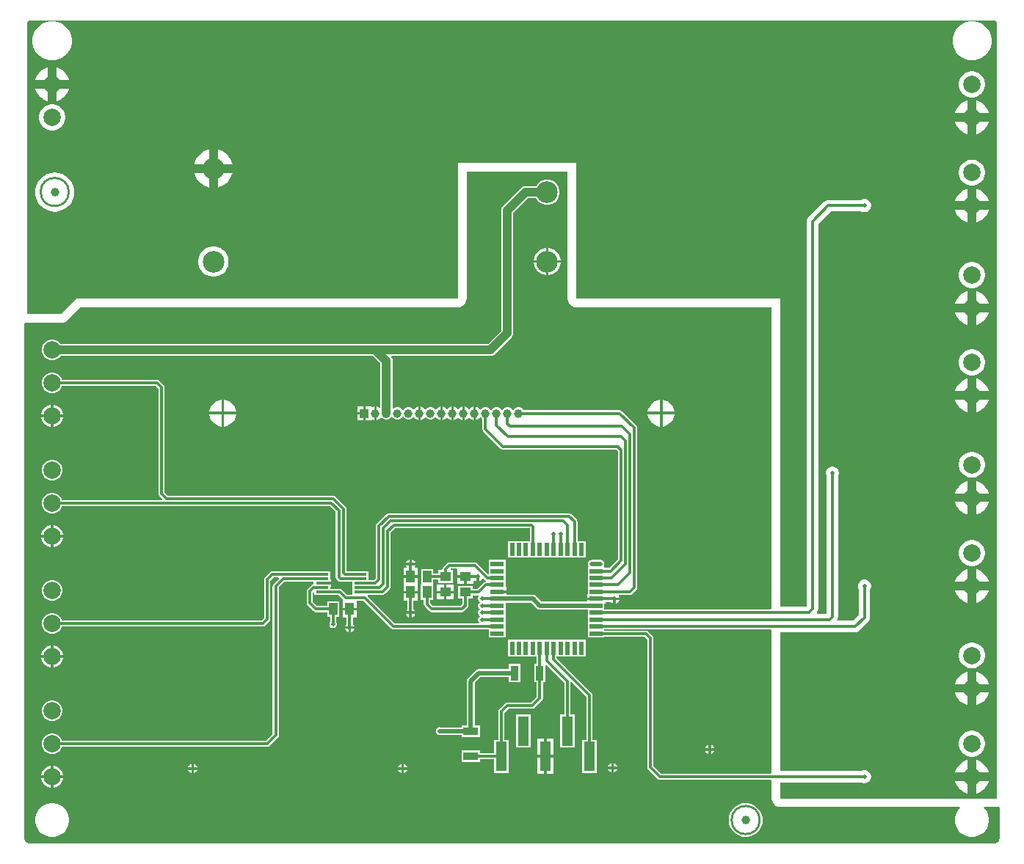
<source format=gbl>
G04*
G04 #@! TF.GenerationSoftware,Altium Limited,Altium Designer,22.11.1 (43)*
G04*
G04 Layer_Physical_Order=2*
G04 Layer_Color=16711680*
%FSLAX24Y24*%
%MOIN*%
G70*
G04*
G04 #@! TF.SameCoordinates,7676E619-B689-43AB-A287-34DBDB4E9A50*
G04*
G04*
G04 #@! TF.FilePolarity,Positive*
G04*
G01*
G75*
%ADD11C,0.0100*%
%ADD13C,0.0118*%
%ADD15R,0.0354X0.0669*%
%ADD21C,0.0394*%
%ADD35C,0.0197*%
%ADD36C,0.0394*%
%ADD38C,0.0787*%
%ADD39R,0.0394X0.0394*%
%ADD40C,0.0984*%
%ADD41R,0.0669X0.0354*%
%ADD42R,0.0512X0.0433*%
%ADD43R,0.0500X0.1350*%
%ADD44R,0.0571X0.0118*%
%ADD45R,0.0394X0.0551*%
%ADD46R,0.0217X0.0591*%
%ADD47R,0.0591X0.0217*%
%ADD48O,0.0591X0.0217*%
%ADD49C,0.0197*%
G36*
X42839Y36343D02*
X42877Y36318D01*
X42902Y36280D01*
X42910Y36241D01*
X42909Y36236D01*
X42909Y3287D01*
X42909Y3287D01*
Y984D01*
X34370D01*
X33071Y984D01*
Y1710D01*
X36746D01*
X36776Y1693D01*
X36851Y1673D01*
X36929D01*
X37004Y1693D01*
X37071Y1732D01*
X37126Y1787D01*
X37165Y1855D01*
X37185Y1930D01*
Y2007D01*
X37165Y2082D01*
X37126Y2150D01*
X37071Y2205D01*
X37004Y2244D01*
X36929Y2264D01*
X36851D01*
X36776Y2244D01*
X36746Y2227D01*
X33071D01*
Y8541D01*
X36476D01*
X36543Y8550D01*
X36605Y8576D01*
X36659Y8617D01*
X37072Y9030D01*
X37113Y9084D01*
X37139Y9146D01*
X37148Y9213D01*
Y10490D01*
X37165Y10520D01*
X37185Y10595D01*
Y10673D01*
X37165Y10748D01*
X37126Y10815D01*
X37071Y10870D01*
X37004Y10909D01*
X36929Y10929D01*
X36851D01*
X36776Y10909D01*
X36708Y10870D01*
X36653Y10815D01*
X36615Y10748D01*
X36594Y10673D01*
Y10595D01*
X36615Y10520D01*
X36632Y10490D01*
Y9320D01*
X36369Y9057D01*
X35670D01*
X35645Y9107D01*
X35657Y9122D01*
X35682Y9185D01*
X35691Y9251D01*
Y15633D01*
X35708Y15663D01*
X35728Y15738D01*
Y15816D01*
X35708Y15891D01*
X35669Y15958D01*
X35614Y16013D01*
X35547Y16052D01*
X35472Y16072D01*
X35394D01*
X35319Y16052D01*
X35252Y16013D01*
X35197Y15958D01*
X35158Y15891D01*
X35138Y15816D01*
Y15738D01*
X35158Y15663D01*
X35175Y15633D01*
Y9372D01*
X34733D01*
X34718Y9422D01*
X34751Y9466D01*
X34777Y9528D01*
X34786Y9595D01*
Y27098D01*
X35355Y27667D01*
X36746D01*
X36776Y27650D01*
X36851Y27630D01*
X36929D01*
X37004Y27650D01*
X37071Y27689D01*
X37126Y27744D01*
X37165Y27811D01*
X37185Y27886D01*
Y27964D01*
X37165Y28039D01*
X37126Y28107D01*
X37071Y28161D01*
X37004Y28200D01*
X36929Y28220D01*
X36851D01*
X36776Y28200D01*
X36746Y28183D01*
X35248D01*
X35181Y28175D01*
X35119Y28149D01*
X35066Y28108D01*
X34345Y27387D01*
X34304Y27334D01*
X34278Y27272D01*
X34269Y27205D01*
Y9702D01*
X34255Y9687D01*
X33071D01*
Y23701D01*
X23811D01*
Y29882D01*
X18427D01*
Y23701D01*
X1102D01*
X394Y22992D01*
X-1137D01*
Y32122D01*
X-1137Y32122D01*
Y36236D01*
X-1137Y36236D01*
X-1137Y36236D01*
X-1129Y36283D01*
X-1105Y36318D01*
X-1068Y36343D01*
X-1028Y36351D01*
X-1024Y36350D01*
X42795Y36350D01*
X42800Y36351D01*
X42839Y36343D01*
D02*
G37*
G36*
X23414Y23701D02*
X23427Y23598D01*
X23467Y23502D01*
X23530Y23420D01*
X23612Y23357D01*
X23708Y23317D01*
X23811Y23304D01*
X32674D01*
Y9687D01*
X32683Y9620D01*
X32643Y9570D01*
X25079D01*
Y9833D01*
X25118D01*
Y9919D01*
X25377D01*
X25420Y9875D01*
X25484Y9849D01*
Y10059D01*
X25543D01*
Y10118D01*
X25753D01*
X25726Y10182D01*
X25721Y10187D01*
X25740Y10234D01*
X26240D01*
X26294Y10244D01*
X26339Y10275D01*
X26536Y10472D01*
X26567Y10517D01*
X26578Y10571D01*
Y17821D01*
X26567Y17875D01*
X26536Y17920D01*
X25873Y18584D01*
X25827Y18614D01*
X25774Y18625D01*
X21420D01*
X21404Y18653D01*
X21352Y18705D01*
X21289Y18741D01*
X21219Y18760D01*
X21147D01*
X21077Y18741D01*
X21014Y18705D01*
X20963Y18653D01*
X20958Y18646D01*
X20908D01*
X20904Y18653D01*
X20852Y18705D01*
X20789Y18741D01*
X20719Y18760D01*
X20647D01*
X20577Y18741D01*
X20514Y18705D01*
X20463Y18653D01*
X20458Y18646D01*
X20408D01*
X20404Y18653D01*
X20352Y18705D01*
X20289Y18741D01*
X20219Y18760D01*
X20147D01*
X20077Y18741D01*
X20014Y18705D01*
X19963Y18653D01*
X19958Y18646D01*
X19908D01*
X19904Y18653D01*
X19852Y18705D01*
X19789Y18741D01*
X19719Y18760D01*
X19647D01*
X19577Y18741D01*
X19514Y18705D01*
X19491Y18682D01*
X19436Y18678D01*
X19428Y18685D01*
X19376Y18736D01*
X19305Y18778D01*
X19242Y18794D01*
Y18484D01*
Y18174D01*
X19305Y18191D01*
X19376Y18232D01*
X19428Y18284D01*
X19436Y18291D01*
X19491Y18287D01*
X19514Y18264D01*
X19543Y18247D01*
Y17758D01*
X19553Y17704D01*
X19584Y17659D01*
X20373Y16869D01*
X20419Y16839D01*
X20472Y16828D01*
X25633D01*
X25706Y16755D01*
Y11850D01*
X25316Y11459D01*
X25087D01*
X25079Y11506D01*
D01*
X25059Y11548D01*
X25068Y11561D01*
X25082Y11634D01*
X25068Y11707D01*
X25027Y11769D01*
X24965Y11810D01*
X24892Y11825D01*
X24518D01*
X24445Y11810D01*
X24383Y11769D01*
X24342Y11707D01*
X24327Y11634D01*
X24342Y11561D01*
X24352Y11545D01*
X24331Y11506D01*
X24331D01*
Y11132D01*
Y10817D01*
Y10502D01*
Y10285D01*
X24291D01*
Y10118D01*
X24705D01*
Y10000D01*
X24291D01*
Y9925D01*
X22220D01*
X21958Y10187D01*
X21900Y10226D01*
X21831Y10240D01*
X20630D01*
Y10315D01*
X20217D01*
Y10433D01*
X20630D01*
Y10600D01*
X20591D01*
Y10817D01*
Y11132D01*
Y11447D01*
Y11821D01*
X19843D01*
Y11447D01*
Y11195D01*
X19793Y11174D01*
X19302Y11664D01*
X19257Y11695D01*
X19203Y11705D01*
X18022D01*
X17968Y11695D01*
X17922Y11664D01*
X17755Y11497D01*
X17725Y11451D01*
X17714Y11398D01*
Y11358D01*
X17520D01*
Y11203D01*
X17303D01*
Y11417D01*
X16752D01*
Y10713D01*
X16742D01*
Y10005D01*
X16877D01*
Y9813D01*
X16888Y9759D01*
X16918Y9714D01*
X17145Y9487D01*
X17190Y9457D01*
X17244Y9446D01*
X18602D01*
X18656Y9457D01*
X18702Y9487D01*
X18859Y9645D01*
X18890Y9690D01*
X18900Y9744D01*
Y10059D01*
X19094D01*
Y10214D01*
X19361D01*
X19376Y10192D01*
X19383Y10166D01*
X19377Y10159D01*
X19350Y10094D01*
Y10024D01*
X19377Y9959D01*
X19402Y9934D01*
X19423Y9902D01*
X19402Y9869D01*
X19377Y9844D01*
X19350Y9779D01*
Y9709D01*
X19377Y9644D01*
X19402Y9619D01*
X19423Y9587D01*
X19402Y9554D01*
X19377Y9529D01*
X19350Y9464D01*
Y9394D01*
X19377Y9329D01*
X19402Y9304D01*
X19423Y9272D01*
X19402Y9239D01*
X19377Y9215D01*
X19350Y9149D01*
Y9079D01*
X19377Y9014D01*
X19401Y8990D01*
X19381Y8940D01*
X15570D01*
X14326Y10184D01*
X14347Y10234D01*
X14993D01*
X15047Y10244D01*
X15092Y10275D01*
X15336Y10518D01*
X15366Y10564D01*
X15377Y10617D01*
Y13066D01*
X15586Y13275D01*
X21690D01*
Y12677D01*
X20699D01*
Y11929D01*
X24222D01*
Y12677D01*
X23861D01*
Y13563D01*
X23850Y13617D01*
X23820Y13662D01*
X23574Y13908D01*
X23528Y13939D01*
X23474Y13950D01*
X15298D01*
X15245Y13939D01*
X15199Y13908D01*
X14743Y13453D01*
X14713Y13407D01*
X14702Y13353D01*
Y10996D01*
X14614Y10908D01*
X14370D01*
Y11299D01*
X14019D01*
X14006Y11302D01*
X13369D01*
Y14134D01*
X13358Y14188D01*
X13328Y14233D01*
X12855Y14706D01*
X12810Y14736D01*
X12756Y14747D01*
X5255D01*
X5101Y14901D01*
Y19675D01*
X5090Y19729D01*
X5060Y19775D01*
X4863Y19971D01*
X4818Y20002D01*
X4764Y20013D01*
X451D01*
X440Y20054D01*
X378Y20162D01*
X290Y20250D01*
X182Y20312D01*
X62Y20344D01*
X-62D01*
X-182Y20312D01*
X-290Y20250D01*
X-378Y20162D01*
X-440Y20054D01*
X-472Y19934D01*
Y19810D01*
X-440Y19690D01*
X-378Y19582D01*
X-290Y19494D01*
X-182Y19432D01*
X-62Y19400D01*
X62D01*
X182Y19432D01*
X290Y19494D01*
X378Y19582D01*
X440Y19690D01*
X451Y19732D01*
X4706D01*
X4820Y19617D01*
Y14843D01*
X4831Y14789D01*
X4861Y14743D01*
X5014Y14591D01*
X4994Y14545D01*
X451D01*
X440Y14587D01*
X378Y14694D01*
X290Y14782D01*
X182Y14844D01*
X62Y14877D01*
X-62D01*
X-182Y14844D01*
X-290Y14782D01*
X-378Y14694D01*
X-440Y14587D01*
X-472Y14466D01*
Y14342D01*
X-440Y14222D01*
X-378Y14114D01*
X-290Y14026D01*
X-182Y13964D01*
X-62Y13932D01*
X62D01*
X182Y13964D01*
X290Y14026D01*
X378Y14114D01*
X440Y14222D01*
X451Y14264D01*
X12621Y14264D01*
X12881Y14004D01*
Y11034D01*
X12892Y10980D01*
X12923Y10934D01*
X12992Y10865D01*
X13037Y10835D01*
X13091Y10824D01*
X13642D01*
Y10630D01*
Y10249D01*
X13395D01*
X13170Y10473D01*
X13125Y10504D01*
X13071Y10515D01*
X12638D01*
Y10591D01*
X12677D01*
Y10709D01*
X12638D01*
Y10709D01*
X12287D01*
X12274Y10711D01*
Y10824D01*
X12287Y10827D01*
X12638D01*
Y10827D01*
X12677D01*
Y10945D01*
X12638D01*
Y11299D01*
X12287D01*
X12274Y11302D01*
X10000D01*
X9946Y11291D01*
X9901Y11261D01*
X9668Y11028D01*
X9638Y10983D01*
X9627Y10929D01*
Y9196D01*
X9508Y9077D01*
X451Y9077D01*
X440Y9119D01*
X378Y9226D01*
X290Y9314D01*
X182Y9377D01*
X62Y9409D01*
X-62D01*
X-182Y9377D01*
X-290Y9314D01*
X-378Y9226D01*
X-440Y9119D01*
X-472Y8999D01*
Y8874D01*
X-440Y8754D01*
X-378Y8646D01*
X-290Y8558D01*
X-182Y8496D01*
X-62Y8464D01*
X62D01*
X182Y8496D01*
X290Y8558D01*
X378Y8646D01*
X440Y8754D01*
X451Y8796D01*
X9566Y8796D01*
X9620Y8807D01*
X9666Y8837D01*
X9867Y9038D01*
X9898Y9084D01*
X9908Y9138D01*
Y10871D01*
X10058Y11021D01*
X10284D01*
X10304Y10975D01*
X10058Y10729D01*
X10028Y10684D01*
X10017Y10630D01*
Y3916D01*
X9710Y3609D01*
X451Y3609D01*
X440Y3651D01*
X378Y3759D01*
X290Y3847D01*
X182Y3909D01*
X62Y3941D01*
X-62D01*
X-182Y3909D01*
X-290Y3847D01*
X-378Y3759D01*
X-440Y3651D01*
X-472Y3531D01*
Y3406D01*
X-440Y3286D01*
X-378Y3178D01*
X-290Y3090D01*
X-182Y3028D01*
X-62Y2996D01*
X62D01*
X182Y3028D01*
X290Y3090D01*
X378Y3178D01*
X440Y3286D01*
X451Y3328D01*
X9768Y3328D01*
X9821Y3339D01*
X9867Y3369D01*
X10257Y3759D01*
X10287Y3805D01*
X10298Y3858D01*
Y10572D01*
X10550Y10824D01*
X11870D01*
Y10711D01*
X11860D01*
X11806Y10701D01*
X11761Y10670D01*
X11594Y10503D01*
X11563Y10457D01*
X11552Y10404D01*
Y9872D01*
X11563Y9818D01*
X11594Y9773D01*
X11879Y9487D01*
X11925Y9457D01*
X11978Y9446D01*
X12490D01*
Y9232D01*
X12625D01*
Y9008D01*
X12616Y8998D01*
X12589Y8933D01*
Y8862D01*
X12616Y8797D01*
X12665Y8747D01*
X12731Y8720D01*
X12801D01*
X12866Y8747D01*
X12916Y8797D01*
X12943Y8862D01*
Y8933D01*
X12916Y8998D01*
X12906Y9008D01*
Y9232D01*
X13041D01*
Y9941D01*
X12490D01*
Y9727D01*
X12037D01*
X11833Y9930D01*
Y10340D01*
X11862Y10363D01*
X11909Y10342D01*
Y10236D01*
X12260D01*
X12274Y10234D01*
X13013D01*
X13216Y10030D01*
X13199Y9980D01*
X13199D01*
Y9646D01*
X13514D01*
X13829D01*
Y9968D01*
X14145D01*
X15412Y8700D01*
X15458Y8669D01*
X15512Y8659D01*
X19843D01*
Y8297D01*
X20591D01*
Y8612D01*
Y8927D01*
Y9242D01*
Y9557D01*
Y9878D01*
X21756D01*
X22018Y9616D01*
X22077Y9577D01*
X22146Y9563D01*
X24331D01*
Y9242D01*
Y8927D01*
Y8612D01*
Y8297D01*
X25079D01*
Y8324D01*
X26910D01*
X27025Y8210D01*
Y2402D01*
X27036Y2348D01*
X27066Y2302D01*
X27499Y1869D01*
X27545Y1839D01*
X27598Y1828D01*
X32643D01*
X32683Y1778D01*
X32674Y1710D01*
Y984D01*
X32687Y881D01*
X32727Y786D01*
X32790Y703D01*
X32872Y640D01*
X32968Y601D01*
X33071Y587D01*
X34370Y587D01*
X41208D01*
X41227Y541D01*
X41175Y489D01*
X41091Y364D01*
X41033Y224D01*
X41004Y76D01*
Y-76D01*
X41033Y-224D01*
X41091Y-364D01*
X41175Y-489D01*
X41282Y-596D01*
X41408Y-680D01*
X41548Y-738D01*
X41696Y-768D01*
X41847D01*
X41996Y-738D01*
X42135Y-680D01*
X42261Y-596D01*
X42368Y-489D01*
X42452Y-364D01*
X42510Y-224D01*
X42539Y-76D01*
Y76D01*
X42510Y224D01*
X42452Y364D01*
X42368Y489D01*
X42316Y541D01*
X42336Y587D01*
X42909D01*
X42979Y596D01*
X43029Y558D01*
Y-827D01*
X43030Y-831D01*
X43013Y-917D01*
X42962Y-993D01*
X42885Y-1045D01*
X42800Y-1062D01*
X42795Y-1061D01*
X-974Y-1061D01*
X-1024Y-1061D01*
X-1071Y-1053D01*
X-1114Y-1045D01*
X-1190Y-993D01*
X-1241Y-917D01*
X-1250Y-874D01*
X-1258Y-827D01*
X-1258Y-827D01*
X-1258Y-778D01*
X-1258Y22565D01*
X-1208Y22604D01*
X-1137Y22595D01*
X394D01*
X496Y22609D01*
X592Y22648D01*
X674Y22711D01*
X1267Y23304D01*
X18427D01*
X18530Y23317D01*
X18625Y23357D01*
X18708Y23420D01*
X18771Y23502D01*
X18810Y23598D01*
X18824Y23701D01*
Y29485D01*
X23414D01*
Y23701D01*
D02*
G37*
G36*
X18386Y11398D02*
Y11122D01*
X18760D01*
Y11063D01*
X18819D01*
Y10728D01*
X19134D01*
Y10883D01*
X19184Y10904D01*
X19208Y10879D01*
X19272Y10853D01*
Y11063D01*
X19390D01*
Y10853D01*
X19453Y10879D01*
X19514Y10940D01*
X19527Y10971D01*
X19586Y10983D01*
X19664Y10905D01*
X19703Y10879D01*
X19704Y10854D01*
X19696Y10828D01*
X19651Y10819D01*
X19605Y10788D01*
X19312Y10495D01*
X19094D01*
Y10650D01*
X18425D01*
Y10059D01*
X18619D01*
Y9802D01*
X18544Y9727D01*
X17302D01*
X17158Y9871D01*
Y10005D01*
X17293D01*
Y10709D01*
X17303D01*
Y10922D01*
X17520D01*
Y10768D01*
X18189D01*
Y11358D01*
X18118D01*
X18093Y11408D01*
X18105Y11424D01*
X18347D01*
X18386Y11398D01*
D02*
G37*
G36*
X32683Y8609D02*
X32674Y8541D01*
Y2227D01*
X32683Y2159D01*
X32643Y2109D01*
X27657D01*
X27306Y2460D01*
Y8268D01*
X27295Y8321D01*
X27265Y8367D01*
X27068Y8564D01*
X27022Y8594D01*
X26969Y8605D01*
X25079D01*
Y8659D01*
X32643D01*
X32683Y8609D01*
D02*
G37*
%LPC*%
G36*
X41859Y36295D02*
X41684D01*
X41513Y36261D01*
X41352Y36194D01*
X41207Y36098D01*
X41084Y35974D01*
X40987Y35829D01*
X40920Y35668D01*
X40886Y35497D01*
Y35322D01*
X40920Y35151D01*
X40987Y34990D01*
X41084Y34845D01*
X41207Y34721D01*
X41352Y34624D01*
X41513Y34558D01*
X41684Y34524D01*
X41859D01*
X42030Y34558D01*
X42191Y34624D01*
X42336Y34721D01*
X42460Y34845D01*
X42557Y34990D01*
X42623Y35151D01*
X42658Y35322D01*
Y35497D01*
X42623Y35668D01*
X42557Y35829D01*
X42460Y35974D01*
X42336Y36098D01*
X42191Y36194D01*
X42030Y36261D01*
X41859Y36295D01*
D02*
G37*
G36*
X87D02*
X-87D01*
X-258Y36261D01*
X-420Y36194D01*
X-565Y36098D01*
X-688Y35974D01*
X-785Y35829D01*
X-852Y35668D01*
X-886Y35497D01*
Y35322D01*
X-852Y35151D01*
X-785Y34990D01*
X-688Y34845D01*
X-565Y34721D01*
X-420Y34624D01*
X-258Y34558D01*
X-87Y34524D01*
X87D01*
X258Y34558D01*
X420Y34624D01*
X565Y34721D01*
X688Y34845D01*
X785Y34990D01*
X852Y35151D01*
X886Y35322D01*
Y35497D01*
X852Y35668D01*
X785Y35829D01*
X688Y35974D01*
X565Y36098D01*
X420Y36194D01*
X258Y36261D01*
X87Y36295D01*
D02*
G37*
G36*
X197Y34205D02*
Y33638D01*
X764D01*
X757Y33671D01*
X698Y33814D01*
X612Y33943D01*
X502Y34053D01*
X373Y34139D01*
X230Y34198D01*
X197Y34205D01*
D02*
G37*
G36*
X-197Y34205D02*
X-230Y34198D01*
X-373Y34139D01*
X-502Y34053D01*
X-612Y33943D01*
X-698Y33814D01*
X-757Y33671D01*
X-764Y33638D01*
X-197D01*
Y34205D01*
D02*
G37*
G36*
X41830Y34031D02*
X41713D01*
X41599Y34009D01*
X41492Y33964D01*
X41395Y33900D01*
X41313Y33817D01*
X41248Y33721D01*
X41204Y33613D01*
X41181Y33499D01*
Y33383D01*
X41204Y33269D01*
X41248Y33161D01*
X41313Y33064D01*
X41395Y32982D01*
X41492Y32918D01*
X41599Y32873D01*
X41713Y32850D01*
X41830D01*
X41944Y32873D01*
X42051Y32918D01*
X42148Y32982D01*
X42230Y33064D01*
X42295Y33161D01*
X42340Y33269D01*
X42362Y33383D01*
Y33499D01*
X42340Y33613D01*
X42295Y33721D01*
X42230Y33817D01*
X42148Y33900D01*
X42051Y33964D01*
X41944Y34009D01*
X41830Y34031D01*
D02*
G37*
G36*
X764Y33244D02*
X197D01*
Y32677D01*
X230Y32684D01*
X373Y32743D01*
X502Y32829D01*
X612Y32939D01*
X698Y33068D01*
X757Y33211D01*
X764Y33244D01*
D02*
G37*
G36*
X-197D02*
X-764D01*
X-757Y33211D01*
X-698Y33068D01*
X-612Y32939D01*
X-502Y32829D01*
X-373Y32743D01*
X-230Y32684D01*
X-197Y32677D01*
Y33244D01*
D02*
G37*
G36*
X41968Y32705D02*
Y32138D01*
X42535D01*
X42529Y32171D01*
X42469Y32314D01*
X42383Y32443D01*
X42274Y32553D01*
X42145Y32639D01*
X42001Y32698D01*
X41968Y32705D01*
D02*
G37*
G36*
X41575D02*
X41542Y32698D01*
X41399Y32639D01*
X41270Y32553D01*
X41160Y32443D01*
X41074Y32314D01*
X41015Y32171D01*
X41008Y32138D01*
X41575D01*
Y32705D01*
D02*
G37*
G36*
X58Y32531D02*
X-58D01*
X-172Y32509D01*
X-280Y32464D01*
X-376Y32400D01*
X-459Y32317D01*
X-523Y32221D01*
X-568Y32113D01*
X-591Y31999D01*
Y31883D01*
X-568Y31769D01*
X-523Y31661D01*
X-459Y31564D01*
X-376Y31482D01*
X-280Y31418D01*
X-172Y31373D01*
X-58Y31350D01*
X58D01*
X172Y31373D01*
X280Y31418D01*
X376Y31482D01*
X459Y31564D01*
X523Y31661D01*
X568Y31769D01*
X591Y31883D01*
Y31999D01*
X568Y32113D01*
X523Y32221D01*
X459Y32317D01*
X376Y32400D01*
X280Y32464D01*
X172Y32509D01*
X58Y32531D01*
D02*
G37*
G36*
X42535Y31744D02*
X41968D01*
Y31177D01*
X42001Y31184D01*
X42145Y31243D01*
X42274Y31329D01*
X42383Y31439D01*
X42469Y31568D01*
X42529Y31711D01*
X42535Y31744D01*
D02*
G37*
G36*
X41575D02*
X41008D01*
X41015Y31711D01*
X41074Y31568D01*
X41160Y31439D01*
X41270Y31329D01*
X41399Y31243D01*
X41542Y31184D01*
X41575Y31177D01*
Y31744D01*
D02*
G37*
G36*
X7520Y30480D02*
Y29813D01*
X8187D01*
X8175Y29875D01*
X8108Y30036D01*
X8011Y30181D01*
X7888Y30304D01*
X7742Y30401D01*
X7581Y30468D01*
X7520Y30480D01*
D02*
G37*
G36*
X7126D02*
X7064Y30468D01*
X6903Y30401D01*
X6758Y30304D01*
X6635Y30181D01*
X6538Y30036D01*
X6471Y29875D01*
X6459Y29813D01*
X7126D01*
Y30480D01*
D02*
G37*
G36*
X41830Y30016D02*
X41713D01*
X41599Y29993D01*
X41492Y29949D01*
X41395Y29884D01*
X41313Y29802D01*
X41248Y29705D01*
X41204Y29597D01*
X41181Y29483D01*
Y29367D01*
X41204Y29253D01*
X41248Y29145D01*
X41313Y29049D01*
X41395Y28966D01*
X41492Y28902D01*
X41599Y28857D01*
X41713Y28835D01*
X41830D01*
X41944Y28857D01*
X42051Y28902D01*
X42148Y28966D01*
X42230Y29049D01*
X42295Y29145D01*
X42340Y29253D01*
X42362Y29367D01*
Y29483D01*
X42340Y29597D01*
X42295Y29705D01*
X42230Y29802D01*
X42148Y29884D01*
X42051Y29949D01*
X41944Y29993D01*
X41830Y30016D01*
D02*
G37*
G36*
X8187Y29419D02*
X7520D01*
Y28752D01*
X7581Y28764D01*
X7742Y28831D01*
X7888Y28928D01*
X8011Y29051D01*
X8108Y29197D01*
X8175Y29358D01*
X8187Y29419D01*
D02*
G37*
G36*
X7126D02*
X6459D01*
X6471Y29358D01*
X6538Y29197D01*
X6635Y29051D01*
X6758Y28928D01*
X6903Y28831D01*
X7064Y28764D01*
X7126Y28752D01*
Y29419D01*
D02*
G37*
G36*
X41968Y28689D02*
Y28122D01*
X42535D01*
X42529Y28155D01*
X42469Y28298D01*
X42383Y28427D01*
X42274Y28537D01*
X42145Y28623D01*
X42001Y28682D01*
X41968Y28689D01*
D02*
G37*
G36*
X41575D02*
X41542Y28682D01*
X41399Y28623D01*
X41270Y28537D01*
X41160Y28427D01*
X41074Y28298D01*
X41015Y28155D01*
X41008Y28122D01*
X41575D01*
Y28689D01*
D02*
G37*
G36*
X118Y29435D02*
X-56Y29417D01*
X-223Y29367D01*
X-377Y29284D01*
X-512Y29173D01*
X-623Y29038D01*
X-705Y28884D01*
X-756Y28717D01*
X-773Y28543D01*
X-756Y28369D01*
X-705Y28202D01*
X-623Y28048D01*
X-512Y27913D01*
X-377Y27802D01*
X-223Y27720D01*
X-56Y27669D01*
X118Y27652D01*
X292Y27669D01*
X459Y27720D01*
X613Y27802D01*
X748Y27913D01*
X859Y28048D01*
X941Y28202D01*
X992Y28369D01*
X1009Y28543D01*
X992Y28717D01*
X941Y28884D01*
X859Y29038D01*
X748Y29173D01*
X613Y29284D01*
X459Y29367D01*
X292Y29417D01*
X118Y29435D01*
D02*
G37*
G36*
X42535Y27728D02*
X41968D01*
Y27162D01*
X42001Y27168D01*
X42145Y27227D01*
X42274Y27314D01*
X42383Y27423D01*
X42469Y27552D01*
X42529Y27696D01*
X42535Y27728D01*
D02*
G37*
G36*
X41575D02*
X41008D01*
X41015Y27696D01*
X41074Y27552D01*
X41160Y27423D01*
X41270Y27314D01*
X41399Y27227D01*
X41542Y27168D01*
X41575Y27162D01*
Y27728D01*
D02*
G37*
G36*
X7391Y26073D02*
X7255D01*
X7122Y26046D01*
X6996Y25994D01*
X6884Y25919D01*
X6788Y25823D01*
X6712Y25710D01*
X6660Y25585D01*
X6634Y25452D01*
Y25316D01*
X6660Y25183D01*
X6712Y25058D01*
X6788Y24945D01*
X6884Y24849D01*
X6996Y24773D01*
X7122Y24721D01*
X7255Y24695D01*
X7391D01*
X7524Y24721D01*
X7649Y24773D01*
X7762Y24849D01*
X7858Y24945D01*
X7933Y25058D01*
X7985Y25183D01*
X8012Y25316D01*
Y25452D01*
X7985Y25585D01*
X7933Y25710D01*
X7858Y25823D01*
X7762Y25919D01*
X7649Y25994D01*
X7524Y26046D01*
X7391Y26073D01*
D02*
G37*
G36*
X41830Y25366D02*
X41713D01*
X41599Y25343D01*
X41492Y25299D01*
X41395Y25234D01*
X41313Y25152D01*
X41248Y25055D01*
X41204Y24948D01*
X41181Y24834D01*
Y24717D01*
X41204Y24603D01*
X41248Y24496D01*
X41313Y24399D01*
X41395Y24317D01*
X41492Y24252D01*
X41599Y24208D01*
X41713Y24185D01*
X41830D01*
X41944Y24208D01*
X42051Y24252D01*
X42148Y24317D01*
X42230Y24399D01*
X42295Y24496D01*
X42340Y24603D01*
X42362Y24717D01*
Y24834D01*
X42340Y24948D01*
X42295Y25055D01*
X42230Y25152D01*
X42148Y25234D01*
X42051Y25299D01*
X41944Y25343D01*
X41830Y25366D01*
D02*
G37*
G36*
X41969Y24039D02*
Y23472D01*
X42535D01*
X42529Y23505D01*
X42469Y23649D01*
X42383Y23778D01*
X42274Y23887D01*
X42145Y23973D01*
X42001Y24033D01*
X41969Y24039D01*
D02*
G37*
G36*
X41575Y24039D02*
X41542Y24033D01*
X41399Y23973D01*
X41270Y23887D01*
X41160Y23778D01*
X41074Y23649D01*
X41015Y23505D01*
X41008Y23472D01*
X41575D01*
Y24039D01*
D02*
G37*
G36*
X42535Y23079D02*
X41969D01*
Y22512D01*
X42001Y22518D01*
X42145Y22578D01*
X42274Y22664D01*
X42383Y22774D01*
X42469Y22903D01*
X42529Y23046D01*
X42535Y23079D01*
D02*
G37*
G36*
X41575D02*
X41008D01*
X41015Y23046D01*
X41074Y22903D01*
X41160Y22774D01*
X41270Y22664D01*
X41399Y22578D01*
X41542Y22518D01*
X41575Y22512D01*
Y23079D01*
D02*
G37*
G36*
X41830Y21390D02*
X41713D01*
X41599Y21367D01*
X41492Y21323D01*
X41395Y21258D01*
X41313Y21176D01*
X41248Y21079D01*
X41204Y20971D01*
X41181Y20857D01*
Y20741D01*
X41204Y20627D01*
X41248Y20519D01*
X41313Y20423D01*
X41395Y20340D01*
X41492Y20276D01*
X41599Y20231D01*
X41713Y20209D01*
X41830D01*
X41944Y20231D01*
X42051Y20276D01*
X42148Y20340D01*
X42230Y20423D01*
X42295Y20519D01*
X42340Y20627D01*
X42362Y20741D01*
Y20857D01*
X42340Y20971D01*
X42295Y21079D01*
X42230Y21176D01*
X42148Y21258D01*
X42051Y21323D01*
X41944Y21367D01*
X41830Y21390D01*
D02*
G37*
G36*
X41968Y20063D02*
Y19496D01*
X42535D01*
X42529Y19529D01*
X42469Y19672D01*
X42383Y19801D01*
X42274Y19911D01*
X42145Y19997D01*
X42001Y20056D01*
X41968Y20063D01*
D02*
G37*
G36*
X41575D02*
X41542Y20056D01*
X41399Y19997D01*
X41270Y19911D01*
X41160Y19801D01*
X41074Y19672D01*
X41015Y19529D01*
X41008Y19496D01*
X41575D01*
Y20063D01*
D02*
G37*
G36*
X42535Y19102D02*
X41968D01*
Y18536D01*
X42001Y18542D01*
X42145Y18601D01*
X42274Y18688D01*
X42383Y18797D01*
X42469Y18926D01*
X42529Y19070D01*
X42535Y19102D01*
D02*
G37*
G36*
X41575D02*
X41008D01*
X41015Y19070D01*
X41074Y18926D01*
X41160Y18797D01*
X41270Y18688D01*
X41399Y18601D01*
X41542Y18542D01*
X41575Y18536D01*
Y19102D01*
D02*
G37*
G36*
X41830Y16740D02*
X41713D01*
X41599Y16717D01*
X41492Y16673D01*
X41395Y16608D01*
X41313Y16526D01*
X41248Y16429D01*
X41204Y16322D01*
X41181Y16208D01*
Y16091D01*
X41204Y15977D01*
X41248Y15870D01*
X41313Y15773D01*
X41395Y15691D01*
X41492Y15626D01*
X41599Y15582D01*
X41713Y15559D01*
X41830D01*
X41944Y15582D01*
X42051Y15626D01*
X42148Y15691D01*
X42230Y15773D01*
X42295Y15870D01*
X42340Y15977D01*
X42362Y16091D01*
Y16208D01*
X42340Y16322D01*
X42295Y16429D01*
X42230Y16526D01*
X42148Y16608D01*
X42051Y16673D01*
X41944Y16717D01*
X41830Y16740D01*
D02*
G37*
G36*
X41969Y15413D02*
Y14846D01*
X42535D01*
X42529Y14879D01*
X42469Y15023D01*
X42383Y15152D01*
X42274Y15261D01*
X42145Y15347D01*
X42001Y15407D01*
X41969Y15413D01*
D02*
G37*
G36*
X41575Y15413D02*
X41542Y15407D01*
X41399Y15347D01*
X41270Y15261D01*
X41160Y15152D01*
X41074Y15023D01*
X41015Y14879D01*
X41008Y14846D01*
X41575D01*
Y15413D01*
D02*
G37*
G36*
X42535Y14453D02*
X41969D01*
Y13886D01*
X42001Y13892D01*
X42145Y13952D01*
X42274Y14038D01*
X42383Y14148D01*
X42469Y14277D01*
X42529Y14420D01*
X42535Y14453D01*
D02*
G37*
G36*
X41575D02*
X41008D01*
X41015Y14420D01*
X41074Y14277D01*
X41160Y14148D01*
X41270Y14038D01*
X41399Y13952D01*
X41542Y13892D01*
X41575Y13886D01*
Y14453D01*
D02*
G37*
G36*
X41830Y12724D02*
X41713D01*
X41599Y12702D01*
X41492Y12657D01*
X41395Y12593D01*
X41313Y12510D01*
X41248Y12414D01*
X41204Y12306D01*
X41181Y12192D01*
Y12076D01*
X41204Y11962D01*
X41248Y11854D01*
X41313Y11757D01*
X41395Y11675D01*
X41492Y11611D01*
X41599Y11566D01*
X41713Y11543D01*
X41830D01*
X41944Y11566D01*
X42051Y11611D01*
X42148Y11675D01*
X42230Y11757D01*
X42295Y11854D01*
X42340Y11962D01*
X42362Y12076D01*
Y12192D01*
X42340Y12306D01*
X42295Y12414D01*
X42230Y12510D01*
X42148Y12593D01*
X42051Y12657D01*
X41944Y12702D01*
X41830Y12724D01*
D02*
G37*
G36*
X41969Y11398D02*
Y10831D01*
X42535D01*
X42529Y10864D01*
X42469Y11007D01*
X42383Y11136D01*
X42274Y11245D01*
X42145Y11332D01*
X42001Y11391D01*
X41969Y11398D01*
D02*
G37*
G36*
X41575Y11398D02*
X41542Y11391D01*
X41399Y11332D01*
X41270Y11245D01*
X41160Y11136D01*
X41074Y11007D01*
X41015Y10864D01*
X41008Y10831D01*
X41575D01*
Y11398D01*
D02*
G37*
G36*
X42535Y10437D02*
X41969D01*
Y9870D01*
X42001Y9877D01*
X42145Y9936D01*
X42274Y10022D01*
X42383Y10132D01*
X42469Y10261D01*
X42529Y10404D01*
X42535Y10437D01*
D02*
G37*
G36*
X41575D02*
X41008D01*
X41015Y10404D01*
X41074Y10261D01*
X41160Y10132D01*
X41270Y10022D01*
X41399Y9936D01*
X41542Y9877D01*
X41575Y9870D01*
Y10437D01*
D02*
G37*
G36*
X41830Y8075D02*
X41713D01*
X41599Y8052D01*
X41492Y8008D01*
X41395Y7943D01*
X41313Y7861D01*
X41248Y7764D01*
X41204Y7657D01*
X41181Y7542D01*
Y7426D01*
X41204Y7312D01*
X41248Y7205D01*
X41313Y7108D01*
X41395Y7026D01*
X41492Y6961D01*
X41599Y6916D01*
X41713Y6894D01*
X41830D01*
X41944Y6916D01*
X42051Y6961D01*
X42148Y7026D01*
X42230Y7108D01*
X42295Y7205D01*
X42340Y7312D01*
X42362Y7426D01*
Y7542D01*
X42340Y7657D01*
X42295Y7764D01*
X42230Y7861D01*
X42148Y7943D01*
X42051Y8008D01*
X41944Y8052D01*
X41830Y8075D01*
D02*
G37*
G36*
X41968Y6748D02*
Y6181D01*
X42535D01*
X42529Y6214D01*
X42469Y6357D01*
X42383Y6486D01*
X42274Y6596D01*
X42145Y6682D01*
X42001Y6741D01*
X41968Y6748D01*
D02*
G37*
G36*
X41575D02*
X41542Y6741D01*
X41399Y6682D01*
X41270Y6596D01*
X41160Y6486D01*
X41074Y6357D01*
X41015Y6214D01*
X41008Y6181D01*
X41575D01*
Y6748D01*
D02*
G37*
G36*
X42535Y5787D02*
X41968D01*
Y5221D01*
X42001Y5227D01*
X42145Y5286D01*
X42274Y5373D01*
X42383Y5482D01*
X42469Y5611D01*
X42529Y5755D01*
X42535Y5787D01*
D02*
G37*
G36*
X41575D02*
X41008D01*
X41015Y5755D01*
X41074Y5611D01*
X41160Y5482D01*
X41270Y5373D01*
X41399Y5286D01*
X41542Y5227D01*
X41575Y5221D01*
Y5787D01*
D02*
G37*
G36*
X41830Y4059D02*
X41713D01*
X41599Y4036D01*
X41492Y3992D01*
X41395Y3927D01*
X41313Y3845D01*
X41248Y3748D01*
X41204Y3641D01*
X41181Y3527D01*
Y3410D01*
X41204Y3296D01*
X41248Y3189D01*
X41313Y3092D01*
X41395Y3010D01*
X41492Y2945D01*
X41599Y2901D01*
X41713Y2878D01*
X41830D01*
X41944Y2901D01*
X42051Y2945D01*
X42148Y3010D01*
X42230Y3092D01*
X42295Y3189D01*
X42340Y3296D01*
X42362Y3410D01*
Y3527D01*
X42340Y3641D01*
X42295Y3748D01*
X42230Y3845D01*
X42148Y3927D01*
X42051Y3992D01*
X41944Y4036D01*
X41830Y4059D01*
D02*
G37*
G36*
X41969Y2732D02*
Y2165D01*
X42535D01*
X42529Y2198D01*
X42469Y2341D01*
X42383Y2470D01*
X42274Y2580D01*
X42145Y2666D01*
X42001Y2726D01*
X41969Y2732D01*
D02*
G37*
G36*
X41575Y2732D02*
X41542Y2726D01*
X41399Y2666D01*
X41270Y2580D01*
X41160Y2470D01*
X41074Y2341D01*
X41015Y2198D01*
X41008Y2165D01*
X41575D01*
Y2732D01*
D02*
G37*
G36*
X42535Y1772D02*
X41969D01*
Y1205D01*
X42001Y1211D01*
X42145Y1271D01*
X42274Y1357D01*
X42383Y1467D01*
X42469Y1596D01*
X42529Y1739D01*
X42535Y1772D01*
D02*
G37*
G36*
X41575D02*
X41008D01*
X41015Y1739D01*
X41074Y1596D01*
X41160Y1467D01*
X41270Y1357D01*
X41399Y1271D01*
X41542Y1211D01*
X41575Y1205D01*
Y1772D01*
D02*
G37*
G36*
X22555Y29104D02*
X22405D01*
X22260Y29065D01*
X22130Y28990D01*
X22024Y28884D01*
X21982Y28811D01*
X21486D01*
X21414Y28802D01*
X21347Y28774D01*
X21290Y28730D01*
X20473Y27913D01*
X20429Y27856D01*
X20401Y27788D01*
X20391Y27717D01*
Y22241D01*
X19800Y21650D01*
X14683D01*
X385Y21650D01*
X378Y21662D01*
X290Y21750D01*
X182Y21812D01*
X62Y21844D01*
X-62D01*
X-182Y21812D01*
X-290Y21750D01*
X-378Y21662D01*
X-440Y21554D01*
X-472Y21434D01*
Y21310D01*
X-440Y21190D01*
X-378Y21082D01*
X-290Y20994D01*
X-182Y20932D01*
X-62Y20900D01*
X62D01*
X182Y20932D01*
X290Y20994D01*
X378Y21082D01*
X385Y21094D01*
X14568Y21094D01*
X14905Y20757D01*
Y18775D01*
X14855Y18749D01*
X14805Y18778D01*
X14742Y18794D01*
Y18484D01*
Y18174D01*
X14805Y18191D01*
X14876Y18232D01*
X14928Y18284D01*
X14932Y18287D01*
X14965Y18289D01*
X14984Y18288D01*
X14990Y18285D01*
X15001Y18277D01*
X15014Y18264D01*
X15030Y18255D01*
X15044Y18244D01*
X15061Y18237D01*
X15077Y18227D01*
X15094Y18223D01*
X15111Y18216D01*
X15129Y18213D01*
X15147Y18209D01*
X15165D01*
X15183Y18206D01*
X15201Y18209D01*
X15219D01*
X15237Y18213D01*
X15255Y18216D01*
X15272Y18223D01*
X15289Y18227D01*
X15305Y18237D01*
X15322Y18244D01*
X15337Y18255D01*
X15352Y18264D01*
X15365Y18277D01*
X15380Y18288D01*
X15391Y18302D01*
X15404Y18315D01*
X15404Y18316D01*
X15444Y18321D01*
X15463Y18315D01*
X15514Y18264D01*
X15577Y18227D01*
X15647Y18209D01*
X15719D01*
X15789Y18227D01*
X15852Y18264D01*
X15904Y18315D01*
X15908Y18323D01*
X15958D01*
X15963Y18315D01*
X16014Y18264D01*
X16077Y18227D01*
X16147Y18209D01*
X16219D01*
X16289Y18227D01*
X16352Y18264D01*
X16376Y18287D01*
X16430Y18291D01*
X16438Y18284D01*
X16490Y18232D01*
X16561Y18191D01*
X16624Y18174D01*
Y18484D01*
Y18794D01*
X16561Y18778D01*
X16490Y18736D01*
X16438Y18685D01*
X16430Y18678D01*
X16376Y18682D01*
X16352Y18705D01*
X16289Y18741D01*
X16219Y18760D01*
X16147D01*
X16077Y18741D01*
X16014Y18705D01*
X15963Y18653D01*
X15958Y18646D01*
X15908D01*
X15904Y18653D01*
X15852Y18705D01*
X15789Y18741D01*
X15719Y18760D01*
X15647D01*
X15577Y18741D01*
X15514Y18705D01*
X15511Y18702D01*
X15461Y18723D01*
Y20872D01*
X15452Y20944D01*
X15424Y21011D01*
X15398Y21044D01*
X15423Y21094D01*
X19915D01*
X19987Y21104D01*
X20054Y21131D01*
X20112Y21175D01*
X20866Y21929D01*
X20910Y21987D01*
X20938Y22054D01*
X20947Y22126D01*
Y27601D01*
X21601Y28256D01*
X21982D01*
X22024Y28183D01*
X22130Y28077D01*
X22260Y28001D01*
X22405Y27963D01*
X22555D01*
X22701Y28001D01*
X22831Y28077D01*
X22937Y28183D01*
X23012Y28313D01*
X23051Y28458D01*
Y28609D01*
X23012Y28754D01*
X22937Y28884D01*
X22831Y28990D01*
X22701Y29065D01*
X22555Y29104D01*
D02*
G37*
G36*
X22540Y25994D02*
X22539D01*
Y25443D01*
X23091D01*
Y25444D01*
X23067Y25562D01*
X23021Y25673D01*
X22954Y25773D01*
X22869Y25858D01*
X22769Y25925D01*
X22658Y25971D01*
X22540Y25994D01*
D02*
G37*
G36*
X22421D02*
X22420D01*
X22302Y25971D01*
X22191Y25925D01*
X22091Y25858D01*
X22006Y25773D01*
X21940Y25673D01*
X21894Y25562D01*
X21870Y25444D01*
Y25443D01*
X22421D01*
Y25994D01*
D02*
G37*
G36*
X23091Y25325D02*
X22539D01*
Y24774D01*
X22540D01*
X22658Y24797D01*
X22769Y24843D01*
X22869Y24910D01*
X22954Y24995D01*
X23021Y25095D01*
X23067Y25206D01*
X23091Y25324D01*
Y25325D01*
D02*
G37*
G36*
X22421D02*
X21870D01*
Y25324D01*
X21894Y25206D01*
X21940Y25095D01*
X22006Y24995D01*
X22091Y24910D01*
X22191Y24843D01*
X22302Y24797D01*
X22420Y24774D01*
X22421D01*
Y25325D01*
D02*
G37*
G36*
X19124Y18794D02*
X19061Y18778D01*
X18990Y18736D01*
X18933Y18680D01*
X18876Y18736D01*
X18805Y18778D01*
X18742Y18794D01*
Y18484D01*
Y18174D01*
X18805Y18191D01*
X18876Y18232D01*
X18933Y18289D01*
X18990Y18232D01*
X19061Y18191D01*
X19124Y18174D01*
Y18484D01*
Y18794D01*
D02*
G37*
G36*
X18624D02*
X18562Y18778D01*
X18490Y18736D01*
X18433Y18680D01*
X18376Y18736D01*
X18305Y18778D01*
X18242Y18794D01*
Y18484D01*
Y18174D01*
X18305Y18191D01*
X18376Y18232D01*
X18433Y18289D01*
X18490Y18232D01*
X18562Y18191D01*
X18624Y18174D01*
Y18484D01*
Y18794D01*
D02*
G37*
G36*
X18124D02*
X18061Y18778D01*
X17990Y18736D01*
X17933Y18680D01*
X17876Y18736D01*
X17805Y18778D01*
X17742Y18794D01*
Y18484D01*
Y18174D01*
X17805Y18191D01*
X17876Y18232D01*
X17933Y18289D01*
X17990Y18232D01*
X18061Y18191D01*
X18124Y18174D01*
Y18484D01*
Y18794D01*
D02*
G37*
G36*
X17624D02*
X17562Y18778D01*
X17490Y18736D01*
X17438Y18685D01*
X17430Y18678D01*
X17376Y18682D01*
X17352Y18705D01*
X17289Y18741D01*
X17219Y18760D01*
X17147D01*
X17077Y18741D01*
X17014Y18705D01*
X16991Y18682D01*
X16936Y18678D01*
X16928Y18685D01*
X16876Y18736D01*
X16805Y18778D01*
X16742Y18794D01*
Y18484D01*
Y18174D01*
X16805Y18191D01*
X16876Y18232D01*
X16928Y18284D01*
X16936Y18291D01*
X16991Y18287D01*
X17014Y18264D01*
X17077Y18227D01*
X17147Y18209D01*
X17219D01*
X17289Y18227D01*
X17352Y18264D01*
X17376Y18287D01*
X17430Y18291D01*
X17438Y18284D01*
X17490Y18232D01*
X17562Y18191D01*
X17624Y18174D01*
Y18484D01*
Y18794D01*
D02*
G37*
G36*
X27722Y19104D02*
X27720D01*
Y18553D01*
X28272D01*
Y18554D01*
X28248Y18672D01*
X28202Y18783D01*
X28135Y18883D01*
X28050Y18968D01*
X27950Y19034D01*
X27839Y19080D01*
X27722Y19104D01*
D02*
G37*
G36*
X7815D02*
X7814D01*
Y18553D01*
X8365D01*
Y18554D01*
X8342Y18672D01*
X8296Y18783D01*
X8229Y18883D01*
X8144Y18968D01*
X8044Y19034D01*
X7933Y19080D01*
X7815Y19104D01*
D02*
G37*
G36*
X7696D02*
X7695D01*
X7577Y19080D01*
X7466Y19034D01*
X7366Y18968D01*
X7281Y18883D01*
X7214Y18783D01*
X7168Y18672D01*
X7144Y18554D01*
Y18553D01*
X7696D01*
Y19104D01*
D02*
G37*
G36*
X27602D02*
X27601D01*
X27483Y19080D01*
X27372Y19034D01*
X27272Y18968D01*
X27187Y18883D01*
X27121Y18783D01*
X27075Y18672D01*
X27051Y18554D01*
Y18553D01*
X27602D01*
Y19104D01*
D02*
G37*
G36*
X14124Y18799D02*
X13868D01*
Y18543D01*
X14124D01*
Y18799D01*
D02*
G37*
G36*
X67Y18884D02*
X59D01*
Y18431D01*
X512D01*
Y18439D01*
X477Y18570D01*
X410Y18686D01*
X314Y18782D01*
X198Y18849D01*
X67Y18884D01*
D02*
G37*
G36*
X-59D02*
X-67D01*
X-198Y18849D01*
X-314Y18782D01*
X-410Y18686D01*
X-477Y18570D01*
X-512Y18439D01*
Y18431D01*
X-59D01*
Y18884D01*
D02*
G37*
G36*
X14498Y18799D02*
X14242D01*
Y18484D01*
Y18169D01*
X14498D01*
Y18177D01*
X14541Y18202D01*
X14562Y18191D01*
X14624Y18174D01*
Y18484D01*
Y18794D01*
X14562Y18778D01*
X14541Y18766D01*
X14498Y18791D01*
Y18799D01*
D02*
G37*
G36*
X14124Y18425D02*
X13868D01*
Y18169D01*
X14124D01*
Y18425D01*
D02*
G37*
G36*
X28272Y18435D02*
X27720D01*
Y17883D01*
X27722D01*
X27839Y17907D01*
X27950Y17953D01*
X28050Y18020D01*
X28135Y18105D01*
X28202Y18205D01*
X28248Y18316D01*
X28272Y18434D01*
Y18435D01*
D02*
G37*
G36*
X27602D02*
X27051D01*
Y18434D01*
X27075Y18316D01*
X27121Y18205D01*
X27187Y18105D01*
X27272Y18020D01*
X27372Y17953D01*
X27483Y17907D01*
X27601Y17883D01*
X27602D01*
Y18435D01*
D02*
G37*
G36*
X8365D02*
X7814D01*
Y17883D01*
X7815D01*
X7933Y17907D01*
X8044Y17953D01*
X8144Y18020D01*
X8229Y18105D01*
X8296Y18205D01*
X8342Y18316D01*
X8365Y18434D01*
Y18435D01*
D02*
G37*
G36*
X7696D02*
X7144D01*
Y18434D01*
X7168Y18316D01*
X7214Y18205D01*
X7281Y18105D01*
X7366Y18020D01*
X7466Y17953D01*
X7577Y17907D01*
X7695Y17883D01*
X7696D01*
Y18435D01*
D02*
G37*
G36*
X512Y18313D02*
X59D01*
Y17860D01*
X67D01*
X198Y17895D01*
X314Y17962D01*
X410Y18058D01*
X477Y18174D01*
X512Y18305D01*
Y18313D01*
D02*
G37*
G36*
X-59D02*
X-512D01*
Y18305D01*
X-477Y18174D01*
X-410Y18058D01*
X-314Y17962D01*
X-198Y17895D01*
X-67Y17860D01*
X-59D01*
Y18313D01*
D02*
G37*
G36*
X62Y16377D02*
X-62D01*
X-182Y16344D01*
X-290Y16282D01*
X-378Y16194D01*
X-440Y16087D01*
X-472Y15966D01*
Y15842D01*
X-440Y15722D01*
X-378Y15614D01*
X-290Y15526D01*
X-182Y15464D01*
X-62Y15432D01*
X62D01*
X182Y15464D01*
X290Y15526D01*
X378Y15614D01*
X440Y15722D01*
X472Y15842D01*
Y15966D01*
X440Y16087D01*
X378Y16194D01*
X290Y16282D01*
X182Y16344D01*
X62Y16377D01*
D02*
G37*
G36*
X67Y13416D02*
X59D01*
Y12963D01*
X512D01*
Y12972D01*
X477Y13102D01*
X410Y13218D01*
X314Y13314D01*
X198Y13381D01*
X67Y13416D01*
D02*
G37*
G36*
X-59D02*
X-67D01*
X-198Y13381D01*
X-314Y13314D01*
X-410Y13218D01*
X-477Y13102D01*
X-512Y12972D01*
Y12963D01*
X-59D01*
Y13416D01*
D02*
G37*
G36*
X512Y12845D02*
X59D01*
Y12392D01*
X67D01*
X198Y12427D01*
X314Y12495D01*
X410Y12590D01*
X477Y12707D01*
X512Y12837D01*
Y12845D01*
D02*
G37*
G36*
X-59D02*
X-512D01*
Y12837D01*
X-477Y12707D01*
X-410Y12590D01*
X-314Y12495D01*
X-198Y12427D01*
X-67Y12392D01*
X-59D01*
Y12845D01*
D02*
G37*
G36*
X16339Y11844D02*
Y11693D01*
X16489D01*
X16463Y11757D01*
X16402Y11817D01*
X16339Y11844D01*
D02*
G37*
G36*
X16220D02*
X16157Y11817D01*
X16096Y11757D01*
X16070Y11693D01*
X16220D01*
Y11844D01*
D02*
G37*
G36*
X16489Y11575D02*
X16070D01*
X16096Y11511D01*
X16100Y11507D01*
X16080Y11457D01*
X15965D01*
Y11122D01*
X16280D01*
X16594D01*
Y11457D01*
X16479D01*
X16459Y11507D01*
X16463Y11511D01*
X16489Y11575D01*
D02*
G37*
G36*
X16594Y11004D02*
X16280D01*
X15965D01*
Y10753D01*
X15955D01*
Y10418D01*
X16270D01*
X16585D01*
Y10669D01*
X16594D01*
Y11004D01*
D02*
G37*
G36*
X62Y10909D02*
X-62D01*
X-182Y10877D01*
X-290Y10814D01*
X-378Y10726D01*
X-440Y10619D01*
X-472Y10499D01*
Y10374D01*
X-440Y10254D01*
X-378Y10146D01*
X-290Y10058D01*
X-182Y9996D01*
X-62Y9964D01*
X62D01*
X182Y9996D01*
X290Y10058D01*
X378Y10146D01*
X440Y10254D01*
X472Y10374D01*
Y10499D01*
X440Y10619D01*
X378Y10726D01*
X290Y10814D01*
X182Y10877D01*
X62Y10909D01*
D02*
G37*
G36*
X25753Y10000D02*
X25602D01*
Y9849D01*
X25665Y9875D01*
X25726Y9936D01*
X25753Y10000D01*
D02*
G37*
G36*
X16585Y10300D02*
X16270D01*
X15955D01*
Y9965D01*
X16129D01*
Y9595D01*
X16086Y9552D01*
X16060Y9488D01*
X16480D01*
X16453Y9552D01*
X16410Y9595D01*
Y9965D01*
X16585D01*
Y10300D01*
D02*
G37*
G36*
X16480Y9370D02*
X16329D01*
Y9219D01*
X16392Y9246D01*
X16453Y9306D01*
X16480Y9370D01*
D02*
G37*
G36*
X16211D02*
X16060D01*
X16086Y9306D01*
X16147Y9246D01*
X16211Y9219D01*
Y9370D01*
D02*
G37*
G36*
X13829Y9528D02*
X13514D01*
X13199D01*
Y9193D01*
X13373D01*
Y8914D01*
X13330Y8871D01*
X13304Y8808D01*
X13724D01*
X13697Y8871D01*
X13654Y8914D01*
Y9193D01*
X13829D01*
Y9528D01*
D02*
G37*
G36*
X13724Y8690D02*
X13573D01*
Y8539D01*
X13636Y8565D01*
X13697Y8626D01*
X13724Y8690D01*
D02*
G37*
G36*
X13455D02*
X13304D01*
X13330Y8626D01*
X13391Y8565D01*
X13455Y8539D01*
Y8690D01*
D02*
G37*
G36*
X67Y7948D02*
X59D01*
Y7495D01*
X512D01*
Y7504D01*
X477Y7634D01*
X410Y7751D01*
X314Y7846D01*
X198Y7913D01*
X67Y7948D01*
D02*
G37*
G36*
X-59D02*
X-67D01*
X-198Y7913D01*
X-314Y7846D01*
X-410Y7751D01*
X-477Y7634D01*
X-512Y7504D01*
Y7495D01*
X-59D01*
Y7948D01*
D02*
G37*
G36*
X512Y7377D02*
X59D01*
Y6925D01*
X67D01*
X198Y6959D01*
X314Y7027D01*
X410Y7122D01*
X477Y7239D01*
X512Y7369D01*
Y7377D01*
D02*
G37*
G36*
X-59D02*
X-512D01*
Y7369D01*
X-477Y7239D01*
X-410Y7122D01*
X-314Y7027D01*
X-198Y6959D01*
X-67Y6925D01*
X-59D01*
Y7377D01*
D02*
G37*
G36*
X21260Y7087D02*
X20748D01*
Y6854D01*
X19370D01*
X19301Y6840D01*
X19242Y6801D01*
X18878Y6437D01*
X18839Y6378D01*
X18825Y6309D01*
Y4295D01*
X18593D01*
Y4219D01*
X17632D01*
X17598Y4226D01*
X17529Y4212D01*
X17471Y4173D01*
X17432Y4114D01*
X17426Y4084D01*
X17421Y4074D01*
Y4063D01*
X17418Y4045D01*
Y4039D01*
X17421Y4021D01*
Y4003D01*
X17428Y3987D01*
X17432Y3970D01*
X17441Y3955D01*
X17448Y3938D01*
X17461Y3926D01*
X17471Y3911D01*
X17485Y3901D01*
X17498Y3888D01*
X17515Y3882D01*
X17529Y3872D01*
X17547Y3868D01*
X17563Y3862D01*
X17581D01*
X17598Y3858D01*
X18593D01*
Y3783D01*
X19419D01*
Y4295D01*
X19187D01*
Y6234D01*
X19445Y6493D01*
X20748D01*
Y6260D01*
X21260D01*
Y7087D01*
D02*
G37*
G36*
X62Y5441D02*
X-62D01*
X-182Y5409D01*
X-290Y5347D01*
X-378Y5259D01*
X-440Y5151D01*
X-472Y5031D01*
Y4906D01*
X-440Y4786D01*
X-378Y4678D01*
X-290Y4590D01*
X-182Y4528D01*
X-62Y4496D01*
X62D01*
X182Y4528D01*
X290Y4590D01*
X378Y4678D01*
X440Y4786D01*
X472Y4906D01*
Y5031D01*
X440Y5151D01*
X378Y5259D01*
X290Y5347D01*
X182Y5409D01*
X62Y5441D01*
D02*
G37*
G36*
X21734Y4799D02*
X21077D01*
Y3291D01*
X21734D01*
Y4799D01*
D02*
G37*
G36*
X22774Y3690D02*
X22465D01*
Y2956D01*
X22774D01*
Y3690D01*
D02*
G37*
G36*
X22346D02*
X22037D01*
Y2956D01*
X22346D01*
Y3690D01*
D02*
G37*
G36*
X25506Y2581D02*
Y2430D01*
X25657D01*
X25631Y2493D01*
X25570Y2554D01*
X25506Y2581D01*
D02*
G37*
G36*
X25388D02*
X25324Y2554D01*
X25263Y2493D01*
X25237Y2430D01*
X25388D01*
Y2581D01*
D02*
G37*
G36*
X15976Y2551D02*
Y2400D01*
X16127D01*
X16100Y2464D01*
X16039Y2525D01*
X15976Y2551D01*
D02*
G37*
G36*
X15858D02*
X15794Y2525D01*
X15733Y2464D01*
X15707Y2400D01*
X15858D01*
Y2551D01*
D02*
G37*
G36*
X6446Y2551D02*
Y2400D01*
X6596D01*
X6570Y2464D01*
X6509Y2525D01*
X6446Y2551D01*
D02*
G37*
G36*
X6327D02*
X6264Y2525D01*
X6203Y2464D01*
X6177Y2400D01*
X6327D01*
Y2551D01*
D02*
G37*
G36*
X25657Y2312D02*
X25506D01*
Y2161D01*
X25570Y2187D01*
X25631Y2248D01*
X25657Y2312D01*
D02*
G37*
G36*
X25388D02*
X25237D01*
X25263Y2248D01*
X25324Y2187D01*
X25388Y2161D01*
Y2312D01*
D02*
G37*
G36*
X24222Y8189D02*
X20699D01*
Y7441D01*
X22005D01*
Y7087D01*
X21890D01*
Y6260D01*
X22005D01*
Y5590D01*
X21753Y5337D01*
X20669D01*
X20616Y5327D01*
X20570Y5296D01*
X20306Y5032D01*
X20276Y4987D01*
X20265Y4933D01*
Y3651D01*
X20077D01*
Y3037D01*
X19419D01*
Y3153D01*
X18593D01*
Y2641D01*
X19419D01*
Y2756D01*
X20077D01*
Y2143D01*
X20734D01*
Y3651D01*
X20546D01*
Y4875D01*
X20727Y5056D01*
X21811D01*
X21865Y5067D01*
X21910Y5098D01*
X22245Y5432D01*
X22275Y5478D01*
X22286Y5531D01*
Y6260D01*
X22402D01*
Y7024D01*
X22452Y7045D01*
X23265Y6231D01*
Y4799D01*
X23077D01*
Y3291D01*
X23734D01*
Y4799D01*
X23546D01*
Y6263D01*
X23596Y6284D01*
X24265Y5615D01*
Y3651D01*
X24077D01*
Y2143D01*
X24734D01*
Y3651D01*
X24546D01*
Y5673D01*
X24535Y5727D01*
X24505Y5773D01*
X22916Y7361D01*
Y7441D01*
X24222D01*
Y8189D01*
D02*
G37*
G36*
X16127Y2282D02*
X15976D01*
Y2131D01*
X16039Y2158D01*
X16100Y2218D01*
X16127Y2282D01*
D02*
G37*
G36*
X15858D02*
X15707D01*
X15733Y2218D01*
X15794Y2158D01*
X15858Y2131D01*
Y2282D01*
D02*
G37*
G36*
X6596Y2282D02*
X6446D01*
Y2131D01*
X6509Y2158D01*
X6570Y2218D01*
X6596Y2282D01*
D02*
G37*
G36*
X6327D02*
X6177D01*
X6203Y2218D01*
X6264Y2158D01*
X6327Y2131D01*
Y2282D01*
D02*
G37*
G36*
X22774Y2838D02*
X22465D01*
Y2104D01*
X22774D01*
Y2838D01*
D02*
G37*
G36*
X22346D02*
X22037D01*
Y2104D01*
X22346D01*
Y2838D01*
D02*
G37*
G36*
X67Y2480D02*
X59D01*
Y2028D01*
X512D01*
Y2036D01*
X477Y2166D01*
X410Y2283D01*
X314Y2378D01*
X198Y2445D01*
X67Y2480D01*
D02*
G37*
G36*
X-59D02*
X-67D01*
X-198Y2445D01*
X-314Y2378D01*
X-410Y2283D01*
X-477Y2166D01*
X-512Y2036D01*
Y2028D01*
X-59D01*
Y2480D01*
D02*
G37*
G36*
X512Y1909D02*
X59D01*
Y1457D01*
X67D01*
X198Y1492D01*
X314Y1559D01*
X410Y1654D01*
X477Y1771D01*
X512Y1901D01*
Y1909D01*
D02*
G37*
G36*
X-59D02*
X-512D01*
Y1901D01*
X-477Y1771D01*
X-410Y1654D01*
X-314Y1559D01*
X-198Y1492D01*
X-67Y1457D01*
X-59D01*
Y1909D01*
D02*
G37*
G36*
X76Y768D02*
X-76D01*
X-224Y738D01*
X-364Y680D01*
X-489Y596D01*
X-596Y489D01*
X-680Y364D01*
X-738Y224D01*
X-768Y76D01*
Y-76D01*
X-738Y-224D01*
X-680Y-364D01*
X-596Y-489D01*
X-489Y-596D01*
X-364Y-680D01*
X-224Y-738D01*
X-76Y-768D01*
X76D01*
X224Y-738D01*
X364Y-680D01*
X489Y-596D01*
X596Y-489D01*
X680Y-364D01*
X738Y-224D01*
X768Y-76D01*
Y76D01*
X738Y224D01*
X680Y364D01*
X596Y489D01*
X489Y596D01*
X364Y680D01*
X224Y738D01*
X76Y768D01*
D02*
G37*
G36*
X31496Y773D02*
X31345Y758D01*
X31200Y714D01*
X31067Y642D01*
X30950Y546D01*
X30854Y429D01*
X30782Y296D01*
X30738Y151D01*
X30724Y-0D01*
X30738Y-151D01*
X30782Y-296D01*
X30854Y-429D01*
X30950Y-546D01*
X31067Y-642D01*
X31200Y-714D01*
X31345Y-758D01*
X31496Y-773D01*
X31647Y-758D01*
X31792Y-714D01*
X31925Y-642D01*
X32042Y-546D01*
X32138Y-429D01*
X32210Y-296D01*
X32254Y-151D01*
X32269Y-0D01*
X32254Y151D01*
X32210Y296D01*
X32138Y429D01*
X32042Y546D01*
X31925Y642D01*
X31792Y714D01*
X31647Y758D01*
X31496Y773D01*
D02*
G37*
G36*
X18701Y11004D02*
X18386D01*
Y10728D01*
X18701D01*
Y11004D01*
D02*
G37*
G36*
X18228Y10689D02*
X17913D01*
Y10413D01*
X18228D01*
Y10689D01*
D02*
G37*
G36*
X17795D02*
X17480D01*
Y10413D01*
X17795D01*
Y10689D01*
D02*
G37*
G36*
X18228Y10295D02*
X17913D01*
Y10020D01*
X18228D01*
Y10295D01*
D02*
G37*
G36*
X17795D02*
X17480D01*
Y10020D01*
X17795D01*
Y10295D01*
D02*
G37*
G36*
X29927Y3419D02*
Y3268D01*
X30078D01*
X30051Y3331D01*
X29990Y3392D01*
X29927Y3419D01*
D02*
G37*
G36*
X29809D02*
X29745Y3392D01*
X29684Y3331D01*
X29658Y3268D01*
X29809D01*
Y3419D01*
D02*
G37*
G36*
X30078Y3150D02*
X29927D01*
Y2999D01*
X29990Y3025D01*
X30051Y3086D01*
X30078Y3150D01*
D02*
G37*
G36*
X29809D02*
X29658D01*
X29684Y3086D01*
X29745Y3025D01*
X29809Y2999D01*
Y3150D01*
D02*
G37*
%LPD*%
D11*
X758Y28543D02*
G03*
X758Y28543I-640J0D01*
G01*
X32136Y-0D02*
G03*
X32136Y-0I-640J0D01*
G01*
D13*
X0Y8936D02*
X9566Y8936D01*
X-39Y8936D02*
X0D01*
X24705Y10059D02*
X25543D01*
X13514Y8749D02*
Y9587D01*
X19764Y11004D02*
X20217D01*
X19203Y11565D02*
X19764Y11004D01*
X18022Y11565D02*
X19203D01*
X18760Y11063D02*
X19331D01*
X16270Y9429D02*
Y10359D01*
X16280Y11063D02*
Y11634D01*
X14203Y10108D02*
X15512Y8799D01*
X13337Y10108D02*
X14203D01*
X15512Y8799D02*
X20217D01*
X4961Y14843D02*
Y19675D01*
Y14843D02*
X5197Y14606D01*
X12756D01*
X13228Y14134D01*
X12680Y14404D02*
X13022Y14062D01*
X-0Y14404D02*
X12680Y14404D01*
X13022Y11034D02*
Y14062D01*
Y11034D02*
X13091Y10965D01*
X14006D01*
X13228Y11231D02*
Y14134D01*
X4764Y19872D02*
X4961Y19675D01*
X13228Y11231D02*
X13298Y11161D01*
X9768Y9138D02*
Y10929D01*
X9566Y8936D02*
X9768Y9138D01*
X10000Y11161D02*
X12274D01*
X9768Y10929D02*
X10000Y11161D01*
X10157Y10630D02*
X10492Y10965D01*
X10157Y3858D02*
Y10630D01*
X10492Y10965D02*
X12274D01*
X9768Y3469D02*
X10157Y3858D01*
X0Y3469D02*
X9768Y3469D01*
X26437Y10571D02*
Y17821D01*
X21183Y18484D02*
X25774D01*
X26437Y17821D01*
X20787Y17913D02*
X25866D01*
X26240Y11240D02*
Y17539D01*
X25866Y17913D02*
X26240Y17539D01*
X20689Y17441D02*
X25827D01*
X26043Y17224D01*
Y11634D02*
Y17224D01*
X20472Y16968D02*
X25691D01*
X25846Y11791D02*
Y16813D01*
X25691Y16968D02*
X25846Y16813D01*
X19683Y17758D02*
X20472Y16968D01*
X20683Y18018D02*
X20787Y17913D01*
X20683Y18018D02*
Y18484D01*
X26240Y10374D02*
X26437Y10571D01*
X25413Y11004D02*
X26043Y11634D01*
X25374Y11319D02*
X25846Y11791D01*
X25689Y10689D02*
X26240Y11240D01*
X15039Y13272D02*
X15380Y13612D01*
X15236Y13124D02*
X15528Y13415D01*
X21831Y12303D02*
Y13346D01*
X14843Y13353D02*
X15298Y13809D01*
X15528Y13415D02*
X21762D01*
X23209Y13612D02*
X23406Y13415D01*
X21762D02*
X21831Y13346D01*
X23474Y13809D02*
X23720Y13563D01*
X15298Y13809D02*
X23474D01*
X15380Y13612D02*
X23209D01*
X15236Y10617D02*
Y13124D01*
X15039Y10748D02*
Y13272D01*
X14843Y10938D02*
Y13353D01*
X14006Y10571D02*
X14862D01*
X15039Y10748D01*
X14993Y10374D02*
X15236Y10617D01*
X14672Y10768D02*
X14843Y10938D01*
X23406Y12303D02*
Y13415D01*
X23720Y12303D02*
Y13563D01*
X14006Y10768D02*
X14672D01*
X14006Y10374D02*
X14993D01*
X22146Y6673D02*
Y7815D01*
Y5531D02*
Y6673D01*
X20406Y2897D02*
Y4933D01*
X20669Y5197D01*
X21811D01*
X22146Y5531D01*
X24705Y9114D02*
X35296D01*
X35433Y9251D02*
Y15777D01*
X35296Y9114D02*
X35433Y9251D01*
X34528Y9595D02*
Y27205D01*
X24705Y9429D02*
X34362D01*
X34528Y9595D01*
X35248Y27925D02*
X36890D01*
X34528Y27205D02*
X35248Y27925D01*
X36476Y8799D02*
X36890Y9213D01*
X24705Y8799D02*
X36476D01*
X36890Y9213D02*
Y10634D01*
X24724Y8465D02*
X26969D01*
X27165Y8268D01*
Y2402D02*
Y8268D01*
Y2402D02*
X27598Y1969D01*
X36890D01*
X19528Y10059D02*
X20217D01*
X12766Y8898D02*
Y9587D01*
X22776Y12303D02*
Y12992D01*
X23091Y12303D02*
Y12992D01*
X19683Y17758D02*
Y18484D01*
X24705Y11319D02*
X25374D01*
X20183Y17947D02*
X20689Y17441D01*
X20183Y17947D02*
Y18484D01*
X24705Y11004D02*
X25413D01*
X24705Y10689D02*
X25689D01*
X24705Y10374D02*
X26240D01*
X0Y19872D02*
X4764D01*
X13298Y11161D02*
X14006D01*
X24705Y8484D02*
X24724Y8465D01*
X19528Y9744D02*
X20217D01*
X19528Y9114D02*
X20217D01*
X19528Y9429D02*
X20217D01*
X19006Y2897D02*
X20406D01*
X13071Y10374D02*
X13337Y10108D01*
X12274Y10374D02*
X13071D01*
X11693Y10404D02*
X11860Y10571D01*
X12274D01*
X11693Y9872D02*
Y10404D01*
Y9872D02*
X11978Y9587D01*
X12766D01*
X24406Y2897D02*
Y5673D01*
X23406Y4045D02*
Y6289D01*
X22461Y7234D02*
X23406Y6289D01*
X22461Y7234D02*
Y7815D01*
X22776Y7303D02*
X24406Y5673D01*
X22776Y7303D02*
Y7815D01*
X17018Y9813D02*
X17244Y9587D01*
X18602D02*
X18760Y9744D01*
X17244Y9587D02*
X18602D01*
X17018Y9813D02*
Y10359D01*
X18760Y9744D02*
Y10354D01*
X19370D01*
X19705Y10689D02*
X20217D01*
X19370Y10354D02*
X19705Y10689D01*
X17028Y11063D02*
X17854D01*
Y11398D01*
X18022Y11565D01*
D15*
X22146Y6673D02*
D03*
X21004D02*
D03*
D21*
X118Y28543D02*
D03*
X31496Y-0D02*
D03*
X21183Y18484D02*
D03*
X20683D02*
D03*
X20183D02*
D03*
X19683D02*
D03*
X19183D02*
D03*
X18683D02*
D03*
X18183D02*
D03*
X17683D02*
D03*
X17183D02*
D03*
X16683D02*
D03*
X16183D02*
D03*
X15683D02*
D03*
X15183D02*
D03*
X14683D02*
D03*
D35*
X29868Y3209D02*
D03*
X25543Y10059D02*
D03*
X13514Y8749D02*
D03*
X6386Y2341D02*
D03*
X15917Y2341D02*
D03*
X25447Y2371D02*
D03*
X19331Y11063D02*
D03*
X16270Y9429D02*
D03*
X16280Y11634D02*
D03*
X17598Y4039D02*
D03*
X35433Y15777D02*
D03*
X36890Y1969D02*
D03*
Y10634D02*
D03*
Y27925D02*
D03*
X19528Y10059D02*
D03*
X12766Y8898D02*
D03*
X22776Y12992D02*
D03*
X23091D02*
D03*
X19528Y9744D02*
D03*
Y9114D02*
D03*
Y9429D02*
D03*
D36*
X0Y21372D02*
X14683Y21372D01*
X-98Y21372D02*
X0D01*
X21486Y28533D02*
X22480D01*
X20669Y27717D02*
X21486Y28533D01*
X14683Y21372D02*
X19915D01*
X14683D02*
X15183Y20872D01*
Y18484D02*
Y20872D01*
X20669Y22126D02*
Y27717D01*
X19915Y21372D02*
X20669Y22126D01*
D38*
X0Y4969D02*
D03*
Y3469D02*
D03*
Y1969D02*
D03*
Y10436D02*
D03*
Y8936D02*
D03*
Y7436D02*
D03*
X-0Y15904D02*
D03*
Y14404D02*
D03*
Y12904D02*
D03*
X0Y21372D02*
D03*
Y19872D02*
D03*
Y18372D02*
D03*
X0Y31941D02*
D03*
Y33441D02*
D03*
X41772Y16150D02*
D03*
Y14650D02*
D03*
Y12134D02*
D03*
Y10634D02*
D03*
Y3469D02*
D03*
Y1969D02*
D03*
Y7484D02*
D03*
Y5984D02*
D03*
Y24776D02*
D03*
Y23276D02*
D03*
Y20799D02*
D03*
Y19299D02*
D03*
Y33441D02*
D03*
Y31941D02*
D03*
Y29425D02*
D03*
Y27925D02*
D03*
D39*
X14183Y18484D02*
D03*
D40*
X7323Y25384D02*
D03*
Y29616D02*
D03*
X22480Y28533D02*
D03*
Y25384D02*
D03*
D41*
X19006Y4039D02*
D03*
Y2897D02*
D03*
D42*
X18760Y11063D02*
D03*
X17854D02*
D03*
X18760Y10354D02*
D03*
X17854D02*
D03*
D43*
X24406Y2897D02*
D03*
X23406Y4045D02*
D03*
X22406Y2897D02*
D03*
X21406Y4045D02*
D03*
X20406Y2897D02*
D03*
D44*
X12274Y10965D02*
D03*
Y10374D02*
D03*
Y10571D02*
D03*
Y10768D02*
D03*
Y11161D02*
D03*
X14006Y10374D02*
D03*
Y10571D02*
D03*
Y10768D02*
D03*
Y10965D02*
D03*
Y11161D02*
D03*
D45*
X12766Y9587D02*
D03*
X13514D02*
D03*
X17018Y10359D02*
D03*
X16270D02*
D03*
X16280Y11063D02*
D03*
X17028D02*
D03*
D46*
X24035Y12303D02*
D03*
X23720D02*
D03*
X23406D02*
D03*
X23091D02*
D03*
X22776D02*
D03*
X22461D02*
D03*
X22146D02*
D03*
X21831D02*
D03*
X21516D02*
D03*
X21201D02*
D03*
X20886D02*
D03*
Y7815D02*
D03*
X21201D02*
D03*
X21516D02*
D03*
X21831D02*
D03*
X22146D02*
D03*
X22461D02*
D03*
X22776D02*
D03*
X23091D02*
D03*
X23406D02*
D03*
X23720D02*
D03*
X24035D02*
D03*
D47*
X20217Y11634D02*
D03*
Y11319D02*
D03*
Y11004D02*
D03*
Y10689D02*
D03*
Y10374D02*
D03*
Y10059D02*
D03*
Y9744D02*
D03*
Y9429D02*
D03*
Y9114D02*
D03*
Y8799D02*
D03*
Y8484D02*
D03*
X24705D02*
D03*
Y8799D02*
D03*
Y9114D02*
D03*
Y9429D02*
D03*
Y9744D02*
D03*
Y10059D02*
D03*
Y10374D02*
D03*
Y10689D02*
D03*
Y11004D02*
D03*
Y11319D02*
D03*
D48*
Y11634D02*
D03*
D49*
X22146Y9744D02*
X24705D01*
X21831Y10059D02*
X22146Y9744D01*
X20217Y10059D02*
X21831D01*
X19370Y6673D02*
X21004D01*
X19006Y4039D02*
Y6309D01*
X19370Y6673D01*
X17598Y4039D02*
Y4045D01*
Y4039D02*
X19006D01*
M02*

</source>
